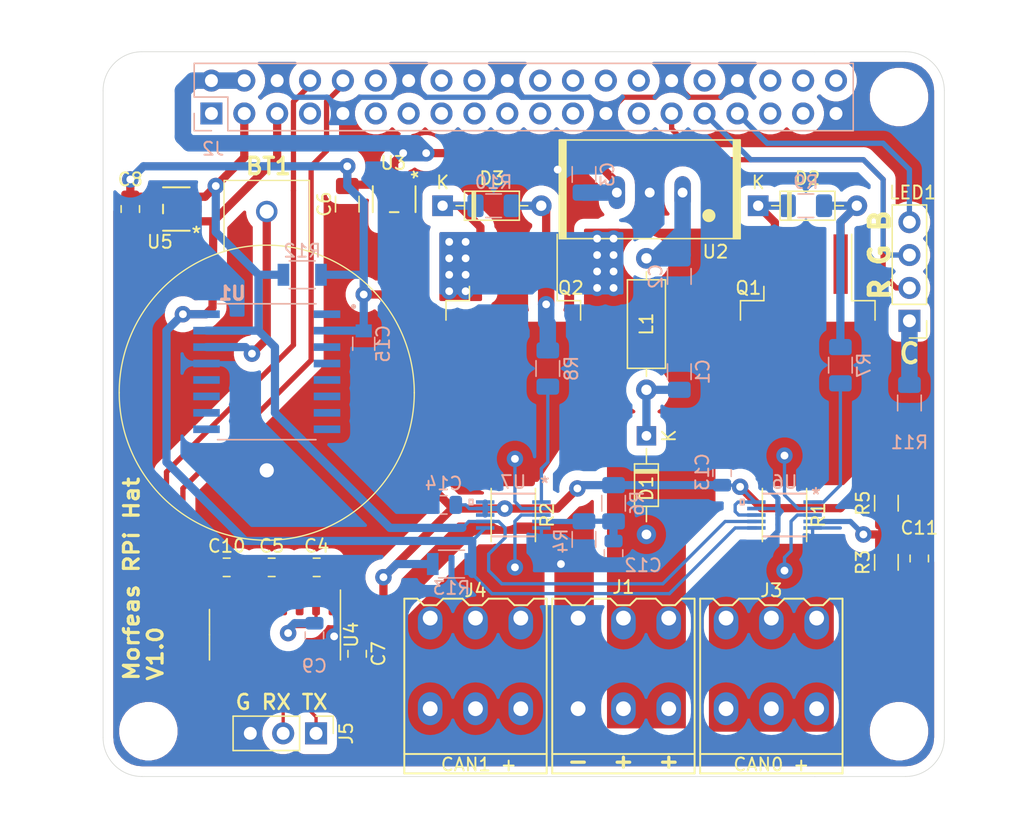
<source format=kicad_pcb>
(kicad_pcb (version 20171130) (host pcbnew "(5.1.5)-3")
  (title_block (title "Morfeas RPi Hat") (date 2019-12-27) (rev V1.0) (comment 2 https://www.tapr.org/ohl.html) (comment 3 "Licence: TAPR Open Hardware License") (comment 4 "Author: Sam Harry Tzavaras"))
  (layers (0 F.Cu signal) (31 B.Cu signal) (34 B.Paste user) (35 F.Paste user) (36 B.SilkS user) (37 F.SilkS user) (38 B.Mask user) (39 F.Mask user) (44 Edge.Cuts user))
  (net 0 "")
  (net 1 GND)
  (net 2 "Net-(BT1-Pad1)")
  (net 3 "Net-(C1-Pad1)")
  (net 4 "Net-(C2-Pad1)")
  (net 5 +5V)
  (net 6 "Net-(C4-Pad1)")
  (net 7 "Net-(C4-Pad2)")
  (net 8 "Net-(C5-Pad2)")
  (net 9 "Net-(C5-Pad1)")
  (net 10 +3V3)
  (net 11 "Net-(C9-Pad2)")
  (net 12 "Net-(C10-Pad2)")
  (net 13 "Net-(C11-Pad2)")
  (net 14 "Net-(C12-Pad2)")
  (net 15 +24V)
  (net 16 "Net-(D2-Pad2)")
  (net 17 "Net-(D3-Pad2)")
  (net 18 SDA)
  (net 19 SCL)
  (net 20 TXD)
  (net 21 RXD)
  (net 22 "Net-(Q1-Pad2)")
  (net 23 "Net-(Q2-Pad2)")
  (net 24 "Net-(J3-Pad1)")
  (net 25 "Net-(J4-Pad1)")
  (net 26 "Net-(R7-Pad1)")
  (net 27 "Net-(R8-Pad1)")
  (net 28 "Net-(J5-Pad2)")
  (net 29 "Net-(J5-Pad1)")
  (net 30 "Net-(D4-Pad1)")
  (net 31 R)
  (net 32 G)
  (net 33 B)
  (module Pin_Headers:Pin_Header_Straight_1x04_Pitch2.54mm (layer F.Cu) (at 130.302 81.788 180)
    (fp_text reference LED1 (at -0.254 9.906) (layer F.SilkS))
    (fp_text value Status_LEDs)
    (pad 1 thru_hole rect (at 0 0 180) (size 1.7 1.7) (drill 1) (layers *.Cu *.Mask) (net 30 "Net-(D4-Pad1)"))
    (pad 2 thru_hole oval (at 0 2.54 180) (size 1.7 1.7) (drill 1) (layers *.Cu *.Mask) (net 31 R))
    (pad 3 thru_hole oval (at 0 5.08 180) (size 1.7 1.7) (drill 1) (layers *.Cu *.Mask) (net 32 G))
    (pad 4 thru_hole oval (at 0 7.62 180) (size 1.7 1.7) (drill 1) (layers *.Cu *.Mask) (net 33 B))
  )
  (module Pin_Headers:Pin_Header_Straight_1x03_Pitch2.54mm (layer F.Cu) (at 84.455 113.665 270)
    (fp_text reference J5 (at 0 -2.33 90) (layer F.SilkS))
    (fp_text value RS_232)
    (pad 1 thru_hole rect (at 0 0 270) (size 1.7 1.7) (drill 1) (layers *.Cu *.Mask) (net 29 "Net-(J5-Pad1)"))
    (pad 2 thru_hole oval (at 0 2.54 270) (size 1.7 1.7) (drill 1) (layers *.Cu *.Mask) (net 28 "Net-(J5-Pad2)"))
    (pad 3 thru_hole oval (at 0 5.08 270) (size 1.7 1.7) (drill 1) (layers *.Cu *.Mask) (net 1 GND))
  )
  (module Resistors_SMD:R_1206 (layer B.Cu) (at 94.922 100.584)
    (fp_text reference R13 (at 0 1.85) (layer B.SilkS) (effects (justify mirror)))
    (fp_text value 1kΩ)
    (pad 1 smd rect (at -1.45 0) (size 0.9 1.7) (layers B.Cu B.Paste B.Mask) (net 10 +3V3))
    (pad 2 smd rect (at 1.45 0) (size 0.9 1.7) (layers B.Cu B.Paste B.Mask) (net 19 SCL))
  )
  (module Resistors_SMD:R_1206 (layer B.Cu) (at 83.386 78.232 180)
    (fp_text reference R12 (at 0 1.85) (layer B.SilkS) (effects (justify mirror)))
    (fp_text value 1kΩ)
    (pad 1 smd rect (at -1.45 0 180) (size 0.9 1.7) (layers B.Cu B.Paste B.Mask) (net 10 +3V3))
    (pad 2 smd rect (at 1.45 0 180) (size 0.9 1.7) (layers B.Cu B.Paste B.Mask) (net 18 SDA))
  )
  (module Morfeas_RPi_hat:SPTH_V1,5 (layer F.Cu) (at 96.774 104.76 180)
    (fp_text reference J4 (at 0 2.144) (layer F.SilkS))
    (fp_text value CAN1_Power+)
    (pad 3 thru_hole oval (at 3.5 0 180) (size 1.905 2.54) (drill 1.143 (offset 0 -0.381)) (layers *.Cu *.Mask) (net 25 "Net-(J4-Pad1)"))
    (pad 2 thru_hole oval (at 0 0 180) (size 1.905 2.54) (drill 1.143 (offset 0 -0.381)) (layers *.Cu *.Mask) (net 25 "Net-(J4-Pad1)"))
    (pad 1 thru_hole oval (at -3.5 0 180) (size 1.905 2.54) (drill 1.143 (offset 0 -0.381)) (layers *.Cu *.Mask) (net 25 "Net-(J4-Pad1)"))
    (pad 3 thru_hole roundrect (at 3.5 -7 180) (size 1.905 2.54) (drill 1.143) (layers *.Cu *.Mask) (roundrect_rratio 0.5) (net 25 "Net-(J4-Pad1)"))
    (pad 2 thru_hole roundrect (at 0 -7 180) (size 1.905 2.54) (drill 1.143) (layers *.Cu *.Mask) (roundrect_rratio 0.5) (net 25 "Net-(J4-Pad1)"))
    (pad 1 thru_hole roundrect (at -3.5 -7 180) (size 1.905 2.54) (drill 1.143) (layers *.Cu *.Mask) (roundrect_rratio 0.5) (net 25 "Net-(J4-Pad1)"))
  )
  (module Morfeas_RPi_Hat:MAX9611AUB&plus_ (layer B.Cu) (at 99.695 96.795 180)
    (fp_text reference U7 (at 0 2.54) (layer B.SilkS) (effects (justify mirror)))
    (fp_text value MAX9611 hide)
    (fp_text user * (at -2.4257 2.4224) (layer B.SilkS) (effects (justify mirror)))
    (fp_text user * (at -2.4257 2.4224) (layer B.SilkS) (effects (justify mirror)))
    (pad 10 smd rect (at 2.1717 1.000001 180) (size 1.4224 0.2794) (layers B.Cu B.Paste B.Mask) (net 10 +3V3))
    (pad 9 smd rect (at 2.1717 0.499999 180) (size 1.4224 0.2794) (layers B.Cu B.Paste B.Mask) (net 10 +3V3))
    (pad 8 smd rect (at 2.1717 0 180) (size 1.4224 0.2794) (layers B.Cu B.Paste B.Mask) (net 10 +3V3))
    (pad 7 smd rect (at 2.1717 -0.499999 180) (size 1.4224 0.2794) (layers B.Cu B.Paste B.Mask) (net 18 SDA))
    (pad 6 smd rect (at 2.1717 -1.000001 180) (size 1.4224 0.2794) (layers B.Cu B.Paste B.Mask) (net 19 SCL))
    (pad 5 smd rect (at -2.1717 -1.000001 180) (size 1.4224 0.2794) (layers B.Cu B.Paste B.Mask) (net 1 GND))
    (pad 4 smd rect (at -2.1717 -0.499999 180) (size 1.4224 0.2794) (layers B.Cu B.Paste B.Mask) (net 14 "Net-(C12-Pad2)"))
    (pad 3 smd rect (at -2.1717 0 180) (size 1.4224 0.2794) (layers B.Cu B.Paste B.Mask) (net 25 "Net-(J4-Pad1)"))
    (pad 2 smd rect (at -2.1717 0.499999 180) (size 1.4224 0.2794) (layers B.Cu B.Paste B.Mask) (net 23 "Net-(Q2-Pad2)"))
    (pad 1 smd rect (at -2.1717 1.000001 180) (size 1.4224 0.2794) (layers B.Cu B.Paste B.Mask) (net 27 "Net-(R8-Pad1)"))
  )
  (module Capacitors_SMD:C_0805 (layer B.Cu) (at 88.138 83.566 90)
    (fp_text reference C15 (at 0 1.5 90) (layer B.SilkS) (effects (justify mirror)))
    (fp_text value 100nf)
    (pad 1 smd rect (at -1 0 90) (size 1 1.25) (layers B.Cu B.Paste B.Mask) (net 1 GND))
    (pad 2 smd rect (at 1 0 90) (size 1 1.25) (layers B.Cu B.Paste B.Mask) (net 10 +3V3))
  )
  (module Morfeas_RPi_hat:CH252032LF (layer F.Cu) (at 80.645 93.345 180)
    (fp_text reference BT1 (at -0.127 23.495 180) (layer F.SilkS) (effects (font (size 1.27 1.27) (thickness 0.254))))
    (fp_text value Battery_Cell hide)
    (pad 2 thru_hole circle (at 0 0 180) (size 1.65 1.65) (drill 1.1) (layers *.Cu *.Mask) (net 1 GND))
    (pad 1 thru_hole circle (at 0 20 180) (size 1.65 1.65) (drill 1.1) (layers *.Cu *.Mask) (net 2 "Net-(BT1-Pad1)"))
  )
  (module Morfeas_RPi_hat:TLV70433DBVT (layer F.Cu) (at 90.489999 72.39 270)
    (fp_text reference U3 (at -2.794 0.065999 180) (layer F.SilkS))
    (fp_text value TLV70433)
    (fp_text user * (at -1.905 -1.905 90) (layer F.SilkS))
    (pad 1 smd rect (at -1.1176 -0.950001 270) (size 1.4732 0.5588) (layers F.Cu F.Paste F.Mask) (net 1 GND))
    (pad 2 smd rect (at -1.1176 0 270) (size 1.4732 0.5588) (layers F.Cu F.Paste F.Mask) (net 5 +5V))
    (pad 3 smd rect (at -1.1176 0.950001 270) (size 1.4732 0.5588) (layers F.Cu F.Paste F.Mask) (net 10 +3V3))
    (pad 4 smd rect (at 1.1176 0.950001 270) (size 1.4732 0.5588) (layers F.Cu F.Paste F.Mask))
    (pad 5 smd rect (at 1.1176 -0.950001 270) (size 1.4732 0.5588) (layers F.Cu F.Paste F.Mask))
  )
  (module Morfeas_RPi_hat:SPTH_V1,5 (layer F.Cu) (at 108.204 104.76 180)
    (fp_text reference J1 (at 0 2.398) (layer F.SilkS))
    (fp_text value "Power IN")
    (pad 3 thru_hole oval (at 3.5 0 180) (size 1.905 2.54) (drill 1.143 (offset 0 -0.381)) (layers *.Cu *.Mask) (net 1 GND))
    (pad 2 thru_hole oval (at 0 0 180) (size 1.905 2.54) (drill 1.143 (offset 0 -0.381)) (layers *.Cu *.Mask) (net 15 +24V))
    (pad 1 thru_hole oval (at -3.5 0 180) (size 1.905 2.54) (drill 1.143 (offset 0 -0.381)) (layers *.Cu *.Mask) (net 15 +24V))
    (pad 3 thru_hole roundrect (at 3.5 -7 180) (size 1.905 2.54) (drill 1.143) (layers *.Cu *.Mask) (roundrect_rratio 0.5) (net 1 GND))
    (pad 2 thru_hole roundrect (at 0 -7 180) (size 1.905 2.54) (drill 1.143) (layers *.Cu *.Mask) (roundrect_rratio 0.5) (net 15 +24V))
    (pad 1 thru_hole roundrect (at -3.5 -7 180) (size 1.905 2.54) (drill 1.143) (layers *.Cu *.Mask) (roundrect_rratio 0.5) (net 15 +24V))
  )
  (module Morfeas_RPi_hat:SPTH_V1,5 (layer F.Cu) (at 119.634 104.76 180)
    (fp_text reference J3 (at 0 2.144) (layer F.SilkS))
    (fp_text value CAN0_Power+)
    (pad 3 thru_hole oval (at 3.5 0 180) (size 1.905 2.54) (drill 1.143 (offset 0 -0.381)) (layers *.Cu *.Mask) (net 24 "Net-(J3-Pad1)"))
    (pad 2 thru_hole oval (at 0 0 180) (size 1.905 2.54) (drill 1.143 (offset 0 -0.381)) (layers *.Cu *.Mask) (net 24 "Net-(J3-Pad1)"))
    (pad 1 thru_hole oval (at -3.5 0 180) (size 1.905 2.54) (drill 1.143 (offset 0 -0.381)) (layers *.Cu *.Mask) (net 24 "Net-(J3-Pad1)"))
    (pad 3 thru_hole roundrect (at 3.5 -7 180) (size 1.905 2.54) (drill 1.143) (layers *.Cu *.Mask) (roundrect_rratio 0.5) (net 24 "Net-(J3-Pad1)"))
    (pad 2 thru_hole roundrect (at 0 -7 180) (size 1.905 2.54) (drill 1.143) (layers *.Cu *.Mask) (roundrect_rratio 0.5) (net 24 "Net-(J3-Pad1)"))
    (pad 1 thru_hole roundrect (at -3.5 -7 180) (size 1.905 2.54) (drill 1.143) (layers *.Cu *.Mask) (roundrect_rratio 0.5) (net 24 "Net-(J3-Pad1)"))
  )
  (module Connector_PinSocket_2.54mm:PinSocket_2x20_P2.54mm_Vertical (layer B.Cu) (at 100.5 64.5 270)
    (fp_text reference J2 (at 4 24) (layer B.SilkS) (effects (justify mirror)))
    (fp_text value RPi_header)
    (pad 40 thru_hole oval (at -1.27 -24.13 270) (size 1.7 1.7) (drill 1) (layers *.Cu *.Mask))
    (pad 39 thru_hole oval (at 1.27 -24.13 270) (size 1.7 1.7) (drill 1) (layers *.Cu *.Mask) (net 1 GND))
    (pad 38 thru_hole oval (at -1.27 -21.59 270) (size 1.7 1.7) (drill 1) (layers *.Cu *.Mask))
    (pad 37 thru_hole oval (at 1.27 -21.59 270) (size 1.7 1.7) (drill 1) (layers *.Cu *.Mask))
    (pad 36 thru_hole oval (at -1.27 -19.05 270) (size 1.7 1.7) (drill 1) (layers *.Cu *.Mask))
    (pad 35 thru_hole oval (at 1.27 -19.05 270) (size 1.7 1.7) (drill 1) (layers *.Cu *.Mask))
    (pad 34 thru_hole oval (at -1.27 -16.51 270) (size 1.7 1.7) (drill 1) (layers *.Cu *.Mask) (net 1 GND))
    (pad 33 thru_hole oval (at 1.27 -16.51 270) (size 1.7 1.7) (drill 1) (layers *.Cu *.Mask) (net 33 B))
    (pad 32 thru_hole oval (at -1.27 -13.97 270) (size 1.7 1.7) (drill 1) (layers *.Cu *.Mask))
    (pad 31 thru_hole oval (at 1.27 -13.97 270) (size 1.7 1.7) (drill 1) (layers *.Cu *.Mask) (net 32 G))
    (pad 30 thru_hole oval (at -1.27 -11.43 270) (size 1.7 1.7) (drill 1) (layers *.Cu *.Mask) (net 1 GND))
    (pad 29 thru_hole oval (at 1.27 -11.43 270) (size 1.7 1.7) (drill 1) (layers *.Cu *.Mask) (net 31 R))
    (pad 28 thru_hole oval (at -1.27 -8.89 270) (size 1.7 1.7) (drill 1) (layers *.Cu *.Mask))
    (pad 27 thru_hole oval (at 1.27 -8.89 270) (size 1.7 1.7) (drill 1) (layers *.Cu *.Mask))
    (pad 26 thru_hole oval (at -1.27 -6.35 270) (size 1.7 1.7) (drill 1) (layers *.Cu *.Mask))
    (pad 25 thru_hole oval (at 1.27 -6.35 270) (size 1.7 1.7) (drill 1) (layers *.Cu *.Mask) (net 1 GND))
    (pad 24 thru_hole oval (at -1.27 -3.81 270) (size 1.7 1.7) (drill 1) (layers *.Cu *.Mask))
    (pad 23 thru_hole oval (at 1.27 -3.81 270) (size 1.7 1.7) (drill 1) (layers *.Cu *.Mask))
    (pad 22 thru_hole oval (at -1.27 -1.27 270) (size 1.7 1.7) (drill 1) (layers *.Cu *.Mask))
    (pad 21 thru_hole oval (at 1.27 -1.27 270) (size 1.7 1.7) (drill 1) (layers *.Cu *.Mask))
    (pad 20 thru_hole oval (at -1.27 1.27 270) (size 1.7 1.7) (drill 1) (layers *.Cu *.Mask) (net 1 GND))
    (pad 19 thru_hole oval (at 1.27 1.27 270) (size 1.7 1.7) (drill 1) (layers *.Cu *.Mask))
    (pad 18 thru_hole oval (at -1.27 3.81 270) (size 1.7 1.7) (drill 1) (layers *.Cu *.Mask))
    (pad 17 thru_hole oval (at 1.27 3.81 270) (size 1.7 1.7) (drill 1) (layers *.Cu *.Mask))
    (pad 16 thru_hole oval (at -1.27 6.35 270) (size 1.7 1.7) (drill 1) (layers *.Cu *.Mask))
    (pad 15 thru_hole oval (at 1.27 6.35 270) (size 1.7 1.7) (drill 1) (layers *.Cu *.Mask))
    (pad 14 thru_hole oval (at -1.27 8.89 270) (size 1.7 1.7) (drill 1) (layers *.Cu *.Mask) (net 1 GND))
    (pad 13 thru_hole oval (at 1.27 8.89 270) (size 1.7 1.7) (drill 1) (layers *.Cu *.Mask))
    (pad 12 thru_hole oval (at -1.27 11.43 270) (size 1.7 1.7) (drill 1) (layers *.Cu *.Mask))
    (pad 11 thru_hole oval (at 1.27 11.43 270) (size 1.7 1.7) (drill 1) (layers *.Cu *.Mask))
    (pad 10 thru_hole oval (at -1.27 13.97 270) (size 1.7 1.7) (drill 1) (layers *.Cu *.Mask) (net 21 RXD))
    (pad 9 thru_hole oval (at 1.27 13.97 270) (size 1.7 1.7) (drill 1) (layers *.Cu *.Mask) (net 1 GND))
    (pad 8 thru_hole oval (at -1.27 16.51 270) (size 1.7 1.7) (drill 1) (layers *.Cu *.Mask) (net 20 TXD))
    (pad 7 thru_hole oval (at 1.27 16.51 270) (size 1.7 1.7) (drill 1) (layers *.Cu *.Mask))
    (pad 6 thru_hole oval (at -1.27 19.05 270) (size 1.7 1.7) (drill 1) (layers *.Cu *.Mask) (net 1 GND))
    (pad 5 thru_hole oval (at 1.27 19.05 270) (size 1.7 1.7) (drill 1) (layers *.Cu *.Mask) (net 19 SCL))
    (pad 4 thru_hole oval (at -1.27 21.59 270) (size 1.7 1.7) (drill 1) (layers *.Cu *.Mask) (net 5 +5V))
    (pad 3 thru_hole oval (at 1.27 21.59 270) (size 1.7 1.7) (drill 1) (layers *.Cu *.Mask) (net 18 SDA))
    (pad 2 thru_hole oval (at -1.27 24.13 270) (size 1.7 1.7) (drill 1) (layers *.Cu *.Mask) (net 5 +5V))
    (pad 1 thru_hole rect (at 1.27 24.13 270) (size 1.7 1.7) (drill 1) (layers *.Cu *.Mask))
  )
  (module Project's_libs:SOIC127P1032X265-16N (layer B.Cu) (at 80.645 85.725 180)
    (fp_text reference U1 (at 2.667 6.062) (layer B.SilkS) (effects (font (size 1.016 1.016) (thickness 0.25)) (justify mirror)))
    (fp_text value DS3231)
    (pad 1 smd rect (at -4.655 4.445 180) (size 2.05 0.59) (layers B.Cu B.Paste B.Mask))
    (pad 2 smd rect (at -4.655 3.175 180) (size 2.05 0.59) (layers B.Cu B.Paste B.Mask) (net 10 +3V3))
    (pad 3 smd rect (at -4.655 1.905 180) (size 2.05 0.59) (layers B.Cu B.Paste B.Mask))
    (pad 4 smd rect (at -4.655 0.635 180) (size 2.05 0.59) (layers B.Cu B.Paste B.Mask))
    (pad 5 smd rect (at -4.655 -0.635 180) (size 2.05 0.59) (layers B.Cu B.Paste B.Mask))
    (pad 6 smd rect (at -4.655 -1.905 180) (size 2.05 0.59) (layers B.Cu B.Paste B.Mask))
    (pad 7 smd rect (at -4.655 -3.175 180) (size 2.05 0.59) (layers B.Cu B.Paste B.Mask))
    (pad 8 smd rect (at -4.655 -4.445 180) (size 2.05 0.59) (layers B.Cu B.Paste B.Mask))
    (pad 9 smd rect (at 4.655 -4.445 180) (size 2.05 0.59) (layers B.Cu B.Paste B.Mask))
    (pad 10 smd rect (at 4.655 -3.175 180) (size 2.05 0.59) (layers B.Cu B.Paste B.Mask))
    (pad 11 smd rect (at 4.655 -1.905 180) (size 2.05 0.59) (layers B.Cu B.Paste B.Mask))
    (pad 12 smd rect (at 4.655 -0.635 180) (size 2.05 0.59) (layers B.Cu B.Paste B.Mask))
    (pad 13 smd rect (at 4.655 0.635 180) (size 2.05 0.59) (layers B.Cu B.Paste B.Mask) (net 1 GND))
    (pad 14 smd rect (at 4.655 1.905 180) (size 2.05 0.59) (layers B.Cu B.Paste B.Mask) (net 2 "Net-(BT1-Pad1)"))
    (pad 15 smd rect (at 4.655 3.175 180) (size 2.05 0.59) (layers B.Cu B.Paste B.Mask) (net 18 SDA))
    (pad 16 smd rect (at 4.655 4.445 180) (size 2.05 0.59) (layers B.Cu B.Paste B.Mask) (net 19 SCL))
  )
  (module Capacitor_SMD:C_1206_3216Metric (layer B.Cu) (at 112.522 85.722 90)
    (fp_text reference C1 (at 0 1.82 90) (layer B.SilkS) (effects (justify mirror)))
    (fp_text value 10uF)
    (pad 1 smd roundrect (at -1.4 0 90) (size 1.25 1.75) (layers B.Cu B.Paste B.Mask) (roundrect_rratio 0.2) (net 3 "Net-(C1-Pad1)"))
    (pad 2 smd roundrect (at 1.4 0 90) (size 1.25 1.75) (layers B.Cu B.Paste B.Mask) (roundrect_rratio 0.2) (net 1 GND))
  )
  (module Capacitor_SMD:C_1206_3216Metric (layer B.Cu) (at 112.522 78.362 270)
    (fp_text reference C2 (at 0 1.82 90) (layer B.SilkS) (effects (justify mirror)))
    (fp_text value 10uf)
    (pad 2 smd roundrect (at 1.4 0 270) (size 1.25 1.75) (layers B.Cu B.Paste B.Mask) (roundrect_rratio 0.2) (net 1 GND))
    (pad 1 smd roundrect (at -1.4 0 270) (size 1.25 1.75) (layers B.Cu B.Paste B.Mask) (roundrect_rratio 0.2) (net 4 "Net-(C2-Pad1)"))
  )
  (module Capacitor_SMD:C_1206_3216Metric (layer B.Cu) (at 105.156 70.482 90)
    (fp_text reference C3 (at 0 1.82 270) (layer B.SilkS) (effects (justify mirror)))
    (fp_text value 10uf)
    (pad 2 smd roundrect (at 1.4 0 90) (size 1.25 1.75) (layers B.Cu B.Paste B.Mask) (roundrect_rratio 0.2) (net 1 GND))
    (pad 1 smd roundrect (at -1.4 0 90) (size 1.25 1.75) (layers B.Cu B.Paste B.Mask) (roundrect_rratio 0.2) (net 5 +5V))
  )
  (module Capacitor_SMD:C_0805_2012Metric (layer F.Cu) (at 84.5035 100.838)
    (fp_text reference C4 (at 0 -1.65) (layer F.SilkS))
    (fp_text value 100nf)
    (pad 1 smd roundrect (at -0.9375 0) (size 0.975 1.4) (layers F.Cu F.Paste F.Mask) (net 6 "Net-(C4-Pad1)"))
    (pad 2 smd roundrect (at 0.9375 0) (size 0.975 1.4) (layers F.Cu F.Paste F.Mask) (net 7 "Net-(C4-Pad2)"))
  )
  (module Capacitor_SMD:C_0805_2012Metric (layer F.Cu) (at 81.026 100.838)
    (fp_text reference C5 (at 0 -1.65) (layer F.SilkS))
    (fp_text value 100nf)
    (pad 2 smd roundrect (at 0.9375 0) (size 0.975 1.4) (layers F.Cu F.Paste F.Mask) (net 8 "Net-(C5-Pad2)"))
    (pad 1 smd roundrect (at -0.9375 0) (size 0.975 1.4) (layers F.Cu F.Paste F.Mask) (net 9 "Net-(C5-Pad1)"))
  )
  (module Capacitor_SMD:C_1206_3216Metric (layer F.Cu) (at 86.868 72.774 270)
    (fp_text reference C6 (at 0 1.778 90) (layer F.SilkS))
    (fp_text value 10uf)
    (pad 1 smd roundrect (at -1.4 0 270) (size 1.25 1.75) (layers F.Cu F.Paste F.Mask) (roundrect_rratio 0.2) (net 10 +3V3))
    (pad 2 smd roundrect (at 1.4 0 270) (size 1.25 1.75) (layers F.Cu F.Paste F.Mask) (roundrect_rratio 0.2) (net 1 GND))
  )
  (module Capacitor_SMD:C_0805_2012Metric (layer F.Cu) (at 87.63 107.5205 270)
    (fp_text reference C7 (at 0 -1.65 90) (layer F.SilkS))
    (fp_text value 100nf)
    (pad 2 smd roundrect (at 0.9375 0 270) (size 0.975 1.4) (layers F.Cu F.Paste F.Mask) (net 10 +3V3))
    (pad 1 smd roundrect (at -0.9375 0 270) (size 0.975 1.4) (layers F.Cu F.Paste F.Mask) (net 1 GND))
  )
  (module Capacitor_SMD:C_0805_2012Metric (layer F.Cu) (at 70.104 73.152 90)
    (fp_text reference C8 (at 2.286 0) (layer F.SilkS))
    (fp_text value 100nf)
    (pad 2 smd roundrect (at 0.9375 0 90) (size 0.975 1.4) (layers F.Cu F.Paste F.Mask) (net 10 +3V3))
    (pad 1 smd roundrect (at -0.9375 0 90) (size 0.975 1.4) (layers F.Cu F.Paste F.Mask) (net 1 GND))
  )
  (module Capacitor_SMD:C_0805_2012Metric (layer B.Cu) (at 84.328 106.0935 90)
    (fp_text reference C9 (at -2.3645 0 180) (layer B.SilkS) (effects (justify mirror)))
    (fp_text value 100nf)
    (pad 1 smd roundrect (at -0.9375 0 90) (size 0.975 1.4) (layers B.Cu B.Paste B.Mask) (net 1 GND))
    (pad 2 smd roundrect (at 0.9375 0 90) (size 0.975 1.4) (layers B.Cu B.Paste B.Mask) (net 11 "Net-(C9-Pad2)"))
  )
  (module Capacitor_SMD:C_0805_2012Metric (layer F.Cu) (at 77.5485 100.838)
    (fp_text reference C10 (at 0 -1.65) (layer F.SilkS))
    (fp_text value 100nf)
    (pad 1 smd roundrect (at -0.9375 0) (size 0.975 1.4) (layers F.Cu F.Paste F.Mask) (net 1 GND))
    (pad 2 smd roundrect (at 0.9375 0) (size 0.975 1.4) (layers F.Cu F.Paste F.Mask) (net 12 "Net-(C10-Pad2)"))
  )
  (module Capacitor_SMD:C_0805_2012Metric (layer F.Cu) (at 131.064 100.1545 90)
    (fp_text reference C11 (at 2.3645 0 180) (layer F.SilkS))
    (fp_text value 100nf)
    (pad 2 smd roundrect (at 0.9375 0 90) (size 0.975 1.4) (layers F.Cu F.Paste F.Mask) (net 13 "Net-(C11-Pad2)"))
    (pad 1 smd roundrect (at -0.9375 0 90) (size 0.975 1.4) (layers F.Cu F.Paste F.Mask) (net 1 GND))
  )
  (module Capacitor_SMD:C_0805_2012Metric (layer B.Cu) (at 107.442 99.7435 90)
    (fp_text reference C12 (at -0.9375 2.286 180) (layer B.SilkS) (effects (justify mirror)))
    (fp_text value 100nf)
    (pad 1 smd roundrect (at -0.9375 0 90) (size 0.975 1.4) (layers B.Cu B.Paste B.Mask) (net 1 GND))
    (pad 2 smd roundrect (at 0.9375 0 90) (size 0.975 1.4) (layers B.Cu B.Paste B.Mask) (net 14 "Net-(C12-Pad2)"))
  )
  (module Capacitor_SMD:C_0805_2012Metric (layer B.Cu) (at 115.824 93.5505 90)
    (fp_text reference C13 (at 0.0785 -1.524 270) (layer B.SilkS) (effects (justify mirror)))
    (fp_text value 100nf)
    (pad 2 smd roundrect (at 0.9375 0 90) (size 0.975 1.4) (layers B.Cu B.Paste B.Mask) (net 1 GND))
    (pad 1 smd roundrect (at -0.9375 0 90) (size 0.975 1.4) (layers B.Cu B.Paste B.Mask) (net 10 +3V3))
  )
  (module Capacitor_SMD:C_0805_2012Metric (layer B.Cu) (at 94.3125 96.012 180)
    (fp_text reference C14 (at 0 1.65 180) (layer B.SilkS) (effects (justify mirror)))
    (fp_text value 100nf)
    (pad 1 smd roundrect (at -0.9375 0 180) (size 0.975 1.4) (layers B.Cu B.Paste B.Mask) (net 10 +3V3))
    (pad 2 smd roundrect (at 0.9375 0 180) (size 0.975 1.4) (layers B.Cu B.Paste B.Mask) (net 1 GND))
  )
  (module MountingHole:MountingHole_3mm (layer F.Cu) (at 129.5 64.5)
    (fp_text reference H1 hide)
    (fp_text value MountingHole)
    (pad 1 np_thru_hole circle (at 0 0) (size 3 3) (drill 3) (layers *.Cu *.Mask))
  )
  (module MountingHole:MountingHole_3mm (layer F.Cu) (at 71.5 64.5)
    (fp_text reference H2 hide)
    (fp_text value MountingHole)
    (pad "" np_thru_hole circle (at 0 0) (size 3 3) (drill 3) (layers *.Cu *.Mask))
  )
  (module MountingHole:MountingHole_3mm (layer F.Cu) (at 129.5 113.5)
    (fp_text reference H3 hide)
    (fp_text value MountingHole)
    (pad 1 np_thru_hole circle (at 0 0) (size 3 3) (drill 3) (layers *.Cu *.Mask))
  )
  (module MountingHole:MountingHole_3mm (layer F.Cu) (at 71.5 113.5)
    (fp_text reference H4 hide)
    (fp_text value MountingHole)
    (pad 1 np_thru_hole circle (at 0 0) (size 3 3) (drill 3) (layers *.Cu *.Mask))
  )
  (module Inductor_THT:L_Axial_L6.6mm_D2.7mm_P10.16mm_Horizontal_Vishay_IM-2 (layer F.Cu) (at 109.982 87.122 90)
    (fp_text reference L1 (at 5.08 0 90) (layer F.SilkS))
    (fp_text value 10uH)
    (pad 1 thru_hole circle (at 0 0 90) (size 1.6 1.6) (drill 0.8) (layers *.Cu *.Mask) (net 3 "Net-(C1-Pad1)"))
    (pad 2 thru_hole oval (at 10.16 0 90) (size 1.6 1.6) (drill 0.8) (layers *.Cu *.Mask) (net 4 "Net-(C2-Pad1)"))
  )
  (module Package_TO_SOT_SMD:TO-263-2 (layer F.Cu) (at 122.447 83.185 270)
    (fp_text reference Q1 (at -3.937 4.591) (layer F.SilkS))
    (fp_text value SUM110P06)
    (pad 2 smd rect (at 3.375 0 270) (size 9.4 10.8) (layers F.Cu F.Mask) (net 22 "Net-(Q1-Pad2)"))
    (pad 3 smd rect (at -5.775 2.54 270) (size 4.6 1.1) (layers F.Cu F.Paste F.Mask) (net 15 +24V))
    (pad 1 smd rect (at -5.775 -2.54 270) (size 4.6 1.1) (layers F.Cu F.Paste F.Mask) (net 16 "Net-(D2-Pad2)"))
  )
  (module Package_TO_SOT_SMD:TO-263-2 (layer F.Cu) (at 99.695 83.185 270)
    (fp_text reference Q2 (at -3.937 -4.445 180) (layer F.SilkS))
    (fp_text value SUM110P06)
    (pad 1 smd rect (at -5.775 -2.54 270) (size 4.6 1.1) (layers F.Cu F.Paste F.Mask) (net 17 "Net-(D3-Pad2)"))
    (pad 3 smd rect (at -5.775 2.54 270) (size 4.6 1.1) (layers F.Cu F.Paste F.Mask) (net 15 +24V))
    (pad 2 smd rect (at 3.375 0 270) (size 9.4 10.8) (layers F.Cu F.Mask) (net 23 "Net-(Q2-Pad2)"))
  )
  (module Resistor_SMD:R_2512_6332Metric (layer F.Cu) (at 120.65 96.795 270)
    (fp_text reference R1 (at 0 -2.62 90) (layer F.SilkS))
    (fp_text value 22mΩ)
    (pad 2 smd roundrect (at 2.9 0 270) (size 1.35 3.35) (layers F.Cu F.Paste F.Mask) (roundrect_rratio 0.185185) (net 24 "Net-(J3-Pad1)"))
    (pad 1 smd roundrect (at -2.9 0 270) (size 1.35 3.35) (layers F.Cu F.Paste F.Mask) (roundrect_rratio 0.185185) (net 22 "Net-(Q1-Pad2)"))
  )
  (module Resistor_SMD:R_2512_6332Metric (layer F.Cu) (at 99.695 96.795 270)
    (fp_text reference R2 (at 0 -2.62 90) (layer F.SilkS))
    (fp_text value 22mΩ)
    (pad 1 smd roundrect (at -2.9 0 270) (size 1.35 3.35) (layers F.Cu F.Paste F.Mask) (roundrect_rratio 0.185185) (net 23 "Net-(Q2-Pad2)"))
    (pad 2 smd roundrect (at 2.9 0 270) (size 1.35 3.35) (layers F.Cu F.Paste F.Mask) (roundrect_rratio 0.185185) (net 25 "Net-(J4-Pad1)"))
  )
  (module Resistor_SMD:R_1206_3216Metric (layer F.Cu) (at 128.524 100.454 90)
    (fp_text reference R3 (at 0 -1.82 90) (layer F.SilkS))
    (fp_text value 1.3kΩ)
    (pad 1 smd roundrect (at -1.4 0 90) (size 1.25 1.75) (layers F.Cu F.Paste F.Mask) (roundrect_rratio 0.2) (net 1 GND))
    (pad 2 smd roundrect (at 1.4 0 90) (size 1.25 1.75) (layers F.Cu F.Paste F.Mask) (roundrect_rratio 0.2) (net 13 "Net-(C11-Pad2)"))
  )
  (module Resistor_SMD:R_1206_3216Metric (layer B.Cu) (at 105.156 98.682 90)
    (fp_text reference R4 (at -0.124 -1.778 270) (layer B.SilkS) (effects (justify mirror)))
    (fp_text value 1.3kΩ)
    (pad 1 smd roundrect (at -1.4 0 90) (size 1.25 1.75) (layers B.Cu B.Paste B.Mask) (roundrect_rratio 0.2) (net 1 GND))
    (pad 2 smd roundrect (at 1.4 0 90) (size 1.25 1.75) (layers B.Cu B.Paste B.Mask) (roundrect_rratio 0.2) (net 14 "Net-(C12-Pad2)"))
  )
  (module Resistor_SMD:R_1206_3216Metric (layer F.Cu) (at 128.524 95.882 90)
    (fp_text reference R5 (at 0 -1.82 90) (layer F.SilkS))
    (fp_text value 18kΩ)
    (pad 1 smd roundrect (at -1.4 0 90) (size 1.25 1.75) (layers F.Cu F.Paste F.Mask) (roundrect_rratio 0.2) (net 13 "Net-(C11-Pad2)"))
    (pad 2 smd roundrect (at 1.4 0 90) (size 1.25 1.75) (layers F.Cu F.Paste F.Mask) (roundrect_rratio 0.2) (net 10 +3V3))
  )
  (module Resistor_SMD:R_1206_3216Metric (layer B.Cu) (at 107.442 95.888 90)
    (fp_text reference R6 (at 0 1.82 270) (layer B.SilkS) (effects (justify mirror)))
    (fp_text value 18kΩ)
    (pad 2 smd roundrect (at 1.4 0 90) (size 1.25 1.75) (layers B.Cu B.Paste B.Mask) (roundrect_rratio 0.2) (net 10 +3V3))
    (pad 1 smd roundrect (at -1.4 0 90) (size 1.25 1.75) (layers B.Cu B.Paste B.Mask) (roundrect_rratio 0.2) (net 14 "Net-(C12-Pad2)"))
  )
  (module Resistor_SMD:R_1206_3216Metric (layer B.Cu) (at 124.968 85.22 90)
    (fp_text reference R7 (at 0 1.82 270) (layer B.SilkS) (effects (justify mirror)))
    (fp_text value 1.2kΩ)
    (pad 1 smd roundrect (at -1.4 0 90) (size 1.25 1.75) (layers B.Cu B.Paste B.Mask) (roundrect_rratio 0.2) (net 26 "Net-(R7-Pad1)"))
    (pad 2 smd roundrect (at 1.4 0 90) (size 1.25 1.75) (layers B.Cu B.Paste B.Mask) (roundrect_rratio 0.2) (net 16 "Net-(D2-Pad2)"))
  )
  (module Resistor_SMD:R_1206_3216Metric (layer B.Cu) (at 102.362 85.474 90)
    (fp_text reference R8 (at 0 1.82 270) (layer B.SilkS) (effects (justify mirror)))
    (fp_text value 1.2kΩ)
    (pad 1 smd roundrect (at -1.4 0 90) (size 1.25 1.75) (layers B.Cu B.Paste B.Mask) (roundrect_rratio 0.2) (net 27 "Net-(R8-Pad1)"))
    (pad 2 smd roundrect (at 1.4 0 90) (size 1.25 1.75) (layers B.Cu B.Paste B.Mask) (roundrect_rratio 0.2) (net 17 "Net-(D3-Pad2)"))
  )
  (module Resistor_SMD:R_1206_3216Metric (layer B.Cu) (at 122.304 72.898 180)
    (fp_text reference R9 (at 0 1.82) (layer B.SilkS) (effects (justify mirror)))
    (fp_text value 2.2kΩ)
    (pad 2 smd roundrect (at 1.4 0 180) (size 1.25 1.75) (layers B.Cu B.Paste B.Mask) (roundrect_rratio 0.2) (net 15 +24V))
    (pad 1 smd roundrect (at -1.4 0 180) (size 1.25 1.75) (layers B.Cu B.Paste B.Mask) (roundrect_rratio 0.2) (net 16 "Net-(D2-Pad2)"))
  )
  (module Resistor_SMD:R_1206_3216Metric (layer B.Cu) (at 98.174 72.898 180)
    (fp_text reference R10 (at 0 1.82) (layer B.SilkS) (effects (justify mirror)))
    (fp_text value 2.2kΩ)
    (pad 2 smd roundrect (at 1.4 0 180) (size 1.25 1.75) (layers B.Cu B.Paste B.Mask) (roundrect_rratio 0.2) (net 15 +24V))
    (pad 1 smd roundrect (at -1.4 0 180) (size 1.25 1.75) (layers B.Cu B.Paste B.Mask) (roundrect_rratio 0.2) (net 17 "Net-(D3-Pad2)"))
  )
  (module Morfeas_RPi_Hat:24AA08T-I&slash_OT (layer F.Cu) (at 73.66 73.152 180)
    (fp_text reference U5 (at 1.27 -2.54) (layer F.SilkS))
    (fp_text value 24AA08 hide)
    (fp_text user * (at -1.5494 -1.905) (layer F.SilkS))
    (pad 1 smd rect (at -1.2954 -0.950001 180) (size 1.3208 0.5588) (layers F.Cu F.Paste F.Mask) (net 19 SCL))
    (pad 2 smd rect (at -1.2954 0 180) (size 1.3208 0.5588) (layers F.Cu F.Paste F.Mask) (net 1 GND))
    (pad 3 smd rect (at -1.2954 0.950001 180) (size 1.3208 0.5588) (layers F.Cu F.Paste F.Mask) (net 18 SDA))
    (pad 4 smd rect (at 1.2954 0.950001 180) (size 1.3208 0.5588) (layers F.Cu F.Paste F.Mask) (net 10 +3V3))
    (pad 5 smd rect (at 1.2954 -0.950001 180) (size 1.3208 0.5588) (layers F.Cu F.Paste F.Mask) (net 1 GND))
  )
  (module Morfeas_RPi_Hat:MAX9611AUB&plus_ (layer B.Cu) (at 120.65 96.795 180)
    (fp_text reference U6 (at 0 2.54) (layer B.SilkS) (effects (justify mirror)))
    (fp_text value MAX9611 hide)
    (fp_text user * (at -2.4257 1.545) (layer B.SilkS) (effects (justify mirror)))
    (fp_text user * (at -2.4257 1.545) (layer B.SilkS) (effects (justify mirror)))
    (pad 1 smd rect (at -2.1717 1.000001 180) (size 1.4224 0.2794) (layers B.Cu B.Paste B.Mask) (net 26 "Net-(R7-Pad1)"))
    (pad 2 smd rect (at -2.1717 0.499999 180) (size 1.4224 0.2794) (layers B.Cu B.Paste B.Mask) (net 22 "Net-(Q1-Pad2)"))
    (pad 3 smd rect (at -2.1717 0 180) (size 1.4224 0.2794) (layers B.Cu B.Paste B.Mask) (net 24 "Net-(J3-Pad1)"))
    (pad 4 smd rect (at -2.1717 -0.499999 180) (size 1.4224 0.2794) (layers B.Cu B.Paste B.Mask) (net 13 "Net-(C11-Pad2)"))
    (pad 5 smd rect (at -2.1717 -1.000001 180) (size 1.4224 0.2794) (layers B.Cu B.Paste B.Mask) (net 1 GND))
    (pad 6 smd rect (at 2.1717 -1.000001 180) (size 1.4224 0.2794) (layers B.Cu B.Paste B.Mask) (net 19 SCL))
    (pad 7 smd rect (at 2.1717 -0.499999 180) (size 1.4224 0.2794) (layers B.Cu B.Paste B.Mask) (net 18 SDA))
    (pad 8 smd rect (at 2.1717 0 180) (size 1.4224 0.2794) (layers B.Cu B.Paste B.Mask) (net 10 +3V3))
    (pad 9 smd rect (at 2.1717 0.499999 180) (size 1.4224 0.2794) (layers B.Cu B.Paste B.Mask) (net 1 GND))
    (pad 10 smd rect (at 2.1717 1.000001 180) (size 1.4224 0.2794) (layers B.Cu B.Paste B.Mask) (net 10 +3V3))
  )
  (module Diode_THT:D_DO-35_SOD27_P7.62mm_Horizontal (layer F.Cu) (at 118.618 72.898)
    (fp_text reference D2 (at 3.81 -2.12) (layer F.SilkS))
    (fp_text value Zener10V)
    (fp_text user K (at 0 -1.8) (layer F.SilkS))
    (pad 1 thru_hole rect (at 0 0) (size 1.6 1.6) (drill 0.8) (layers *.Cu *.Mask) (net 15 +24V))
    (pad 2 thru_hole oval (at 7.62 0) (size 1.6 1.6) (drill 0.8) (layers *.Cu *.Mask) (net 16 "Net-(D2-Pad2)"))
  )
  (module Diode_THT:D_DO-35_SOD27_P7.62mm_Horizontal (layer F.Cu) (at 94.234 72.898)
    (fp_text reference D3 (at 3.81 -2.12) (layer F.SilkS))
    (fp_text value Zener10V)
    (fp_text user K (at 0 -1.8) (layer F.SilkS))
    (pad 2 thru_hole oval (at 7.62 0) (size 1.6 1.6) (drill 0.8) (layers *.Cu *.Mask) (net 17 "Net-(D3-Pad2)"))
    (pad 1 thru_hole rect (at 0 0) (size 1.6 1.6) (drill 0.8) (layers *.Cu *.Mask) (net 15 +24V))
  )
  (module Diode_THT:D_DO-34_SOD68_P7.62mm_Horizontal (layer F.Cu) (at 109.982 90.678 270)
    (fp_text reference D1 (at 4.064 0 90) (layer F.SilkS))
    (fp_text value 1N4007)
    (fp_text user K (at 0 -1.75 90) (layer F.SilkS))
    (pad 1 thru_hole rect (at 0 0 270) (size 1.5 1.5) (drill 0.75) (layers *.Cu *.Mask) (net 3 "Net-(C1-Pad1)"))
    (pad 2 thru_hole oval (at 7.62 0 270) (size 1.5 1.5) (drill 0.75) (layers *.Cu *.Mask) (net 15 +24V))
  )
  (module Package_SO:SOIC-16_3.9x9.9mm_P1.27mm (layer F.Cu) (at 81.28 106.045 270)
    (fp_text reference U4 (at 0 -5.9 90) (layer F.SilkS))
    (fp_text value SP3232)
    (pad 1 smd roundrect (at -2.475 -4.445 270) (size 1.95 0.6) (layers F.Cu F.Paste F.Mask) (net 7 "Net-(C4-Pad2)"))
    (pad 2 smd roundrect (at -2.475 -3.175 270) (size 1.95 0.6) (layers F.Cu F.Paste F.Mask) (net 11 "Net-(C9-Pad2)"))
    (pad 3 smd roundrect (at -2.475 -1.905 270) (size 1.95 0.6) (layers F.Cu F.Paste F.Mask) (net 6 "Net-(C4-Pad1)"))
    (pad 4 smd roundrect (at -2.475 -0.635 270) (size 1.95 0.6) (layers F.Cu F.Paste F.Mask) (net 8 "Net-(C5-Pad2)"))
    (pad 5 smd roundrect (at -2.475 0.635 270) (size 1.95 0.6) (layers F.Cu F.Paste F.Mask) (net 9 "Net-(C5-Pad1)"))
    (pad 6 smd roundrect (at -2.475 1.905 270) (size 1.95 0.6) (layers F.Cu F.Paste F.Mask) (net 12 "Net-(C10-Pad2)"))
    (pad 7 smd roundrect (at -2.475 3.175 270) (size 1.95 0.6) (layers F.Cu F.Paste F.Mask))
    (pad 8 smd roundrect (at -2.475 4.445 270) (size 1.95 0.6) (layers F.Cu F.Paste F.Mask))
    (pad 9 smd roundrect (at 2.475 4.445 270) (size 1.95 0.6) (layers F.Cu F.Paste F.Mask))
    (pad 10 smd roundrect (at 2.475 3.175 270) (size 1.95 0.6) (layers F.Cu F.Paste F.Mask) (net 1 GND))
    (pad 11 smd roundrect (at 2.475 1.905 270) (size 1.95 0.6) (layers F.Cu F.Paste F.Mask) (net 20 TXD))
    (pad 12 smd roundrect (at 2.475 0.635 270) (size 1.95 0.6) (layers F.Cu F.Paste F.Mask) (net 21 RXD))
    (pad 13 smd roundrect (at 2.475 -0.635 270) (size 1.95 0.6) (layers F.Cu F.Paste F.Mask) (net 28 "Net-(J5-Pad2)"))
    (pad 14 smd roundrect (at 2.475 -1.905 270) (size 1.95 0.6) (layers F.Cu F.Paste F.Mask) (net 29 "Net-(J5-Pad1)"))
    (pad 15 smd roundrect (at 2.475 -3.175 270) (size 1.95 0.6) (layers F.Cu F.Paste F.Mask) (net 1 GND))
    (pad 16 smd roundrect (at 2.475 -4.445 270) (size 1.95 0.6) (layers F.Cu F.Paste F.Mask) (net 10 +3V3))
  )
  (module Morfeas_RPi_hat:TSR2-2450 (layer F.Cu) (at 110.236 71.882 180)
    (fp_text reference U2 (at -5.08 -4.572) (layer F.SilkS))
    (fp_text value TSR2-2450)
    (pad 1 thru_hole roundrect (at -2.54 0 180) (size 1.27 2.54) (drill 0.762) (layers *.Cu *.Mask) (roundrect_rratio 0.5) (net 4 "Net-(C2-Pad1)"))
    (pad 2 thru_hole roundrect (at 0 0 180) (size 1.27 2.54) (drill 0.762) (layers *.Cu *.Mask) (roundrect_rratio 0.5) (net 1 GND))
    (pad 3 thru_hole roundrect (at 2.54 0 180) (size 1.27 2.54) (drill 0.762) (layers *.Cu *.Mask) (roundrect_rratio 0.5) (net 5 +5V))
  )
  (module Resistor_SMD:R_1206_3216Metric (layer B.Cu) (at 130.302 88.138 270)
    (fp_text reference R11 (at 3.048 0) (layer B.SilkS) (effects (justify mirror)))
    (fp_text value 330Ω)
    (pad 1 smd roundrect (at -1.4 0 270) (size 1.25 1.75) (layers B.Cu B.Paste B.Mask) (roundrect_rratio 0.2) (net 30 "Net-(D4-Pad1)"))
    (pad 2 smd roundrect (at 1.4 0 270) (size 1.25 1.75) (layers B.Cu B.Paste B.Mask) (roundrect_rratio 0.2) (net 1 GND))
  )
  (gr_text C (at 130.302 84.328) (layer F.SilkS) (effects (font (size 1.5 1.5) (thickness 0.3))))
  (gr_text "R G B" (at 128.016 76.708 90) (layer F.SilkS) (effects (font (size 1.5 1.5) (thickness 0.375))))
  (gr_text "G RX TX" (at 81.788 111.252) (layer F.SilkS) (effects (font (size 1.143 1.143) (thickness 0.2032))))
  (gr_text "Morfeas RPi Hat \nV1.0" (at 71.12 109.728 90) (layer F.SilkS) (effects (font (size 1.143 1.27) (thickness 0.25)) (justify left)))
  (gr_text "CAN1 +" (at 97.028 116.078) (layer F.SilkS) (effects (font (size 1 1))))
  (gr_text "CAN0 +" (at 119.634 116.078) (layer F.SilkS) (effects (font (size 1 1))))
  (gr_text "-  +  +" (at 108.204 115.824) (layer F.SilkS) (effects (font (size 1.016 1.27) (thickness 0.254))))
  (gr_line (start 123 117) (end 130 117) (layer Edge.Cuts) (width 0.05))
  (gr_line (start 130 61) (end 123 61) (layer Edge.Cuts) (width 0.05))
  (gr_line (start 123 61) (end 71 61) (layer Edge.Cuts) (width 0.05))
  (gr_line (start 71 117) (end 123 117) (layer Edge.Cuts) (width 0.05))
  (gr_line (start 68 114) (end 68 64) (layer Edge.Cuts) (width 0.05))
  (gr_line (start 133 64) (end 133 114) (layer Edge.Cuts) (width 0.05))
  (gr_arc (start 130 114) (end 130 117) (angle -90) (layer Edge.Cuts) (width 0.05))
  (gr_arc (start 71 114) (end 68 114) (angle -90) (layer Edge.Cuts) (width 0.05))
  (gr_arc (start 130 64) (end 133 64) (angle -90) (layer Edge.Cuts) (width 0.05))
  (gr_arc (start 71 64) (end 71 61) (angle -90) (layer Edge.Cuts) (width 0.05))
  (segment (start 84.455 107.545) (end 85.417 106.583) (width 0.254) (layer F.Cu) (net 1))
  (segment (start 84.455 108.52) (end 84.455 107.545) (width 0.254) (layer F.Cu) (net 1))
  (segment (start 85.417 106.583) (end 86.106 106.426) (width 0.254) (layer F.Cu) (net 1))
  (via (at 85.852 106.172) (size 1.27) (drill 0.6) (layers F.Cu B.Cu) (net 1))
  (segment (start 86.263 106.583) (end 86.106 106.426) (width 0.254) (layer F.Cu) (net 1))
  (segment (start 87.63 106.583) (end 86.263 106.583) (width 0.254) (layer F.Cu) (net 1))
  (segment (start 101.8667 97.795001) (end 101.8667 98.5393) (width 0.254) (layer B.Cu) (net 1))
  (segment (start 101.8667 98.5393) (end 101.854 98.552) (width 0.254) (layer B.Cu) (net 1))
  (segment (start 124.962999 97.795001) (end 122.8217 97.795001) (width 0.254) (layer B.Cu) (net 1))
  (segment (start 122.8217 97.795001) (end 122.8217 99.1997) (width 0.254) (layer B.Cu) (net 1))
  (segment (start 122.8217 99.1997) (end 122.936 99.314) (width 0.254) (layer B.Cu) (net 1))
  (segment (start 122.936 99.314) (end 123.698 99.314) (width 0.254) (layer B.Cu) (net 1))
  (segment (start 70.116501 74.102001) (end 70.104 74.0895) (width 0.635) (layer F.Cu) (net 1))
  (segment (start 72.3646 74.102001) (end 70.116501 74.102001) (width 0.635) (layer F.Cu) (net 1))
  (segment (start 73.314601 73.152) (end 72.3646 74.102001) (width 0.254) (layer F.Cu) (net 1))
  (segment (start 74.9554 73.152) (end 73.314601 73.152) (width 0.254) (layer F.Cu) (net 1))
  (segment (start 78.105 111.125) (end 78.105 108.52) (width 0.254) (layer F.Cu) (net 1))
  (segment (start 79.375 113.665) (end 79.375 112.395) (width 0.254) (layer F.Cu) (net 1))
  (segment (start 79.375 112.395) (end 78.105 111.125) (width 0.254) (layer F.Cu) (net 1))
  (segment (start 91.44 71.2724) (end 92.5576 71.2724) (width 0.4064) (layer F.Cu) (net 1))
  (segment (start 120.142 95.504) (end 118.618 93.98) (width 0.4064) (layer B.Cu) (net 1))
  (segment (start 120.142 98.044) (end 118.618 99.568) (width 0.4064) (layer B.Cu) (net 1))
  (segment (start 120.142 98.044) (end 120.142 96.774) (width 0.4064) (layer B.Cu) (net 1))
  (segment (start 120.142 96.774) (end 120.142 96.52) (width 0.4064) (layer B.Cu) (net 1))
  (segment (start 120.112999 96.295001) (end 120.142 96.266) (width 0.4064) (layer B.Cu) (net 1))
  (segment (start 120.142 95.504) (end 120.142 96.266) (width 0.4064) (layer B.Cu) (net 1))
  (segment (start 118.4783 96.295001) (end 120.112999 96.295001) (width 0.254) (layer B.Cu) (net 1))
  (segment (start 120.142 96.266) (end 120.142 96.52) (width 0.4064) (layer B.Cu) (net 1))
  (via (at 103.378 100.584) (size 1.27) (drill 0.6) (layers F.Cu B.Cu) (net 1))
  (segment (start 106.85 65.77) (end 106.95 65.77) (width 0.4064) (layer F.Cu) (net 1))
  (segment (start 106.95 65.77) (end 108.204 64.516) (width 0.4064) (layer F.Cu) (net 1))
  (segment (start 110.644 64.516) (end 111.93 63.23) (width 0.4064) (layer F.Cu) (net 1))
  (segment (start 108.204 64.516) (end 110.644 64.516) (width 0.4064) (layer F.Cu) (net 1))
  (segment (start 111.93 63.23) (end 111.998 63.23) (width 0.4064) (layer F.Cu) (net 1))
  (segment (start 111.998 63.23) (end 113.284 64.516) (width 0.4064) (layer F.Cu) (net 1))
  (segment (start 115.724 64.516) (end 117.01 63.23) (width 0.4064) (layer F.Cu) (net 1))
  (segment (start 113.284 64.516) (end 115.724 64.516) (width 0.4064) (layer F.Cu) (net 1))
  (segment (start 86.53 65.77) (end 86.53 65.702) (width 0.4064) (layer B.Cu) (net 1))
  (segment (start 86.53 65.702) (end 85.344 64.516) (width 0.4064) (layer B.Cu) (net 1))
  (segment (start 82.736 64.516) (end 81.45 63.23) (width 0.4064) (layer B.Cu) (net 1))
  (segment (start 85.344 64.516) (end 82.736 64.516) (width 0.4064) (layer B.Cu) (net 1))
  (segment (start 86.53 65.77) (end 86.63 65.77) (width 0.4064) (layer B.Cu) (net 1))
  (segment (start 86.63 65.77) (end 87.884 64.516) (width 0.4064) (layer B.Cu) (net 1))
  (segment (start 90.324 64.516) (end 91.61 63.23) (width 0.4064) (layer B.Cu) (net 1))
  (segment (start 87.884 64.516) (end 90.324 64.516) (width 0.4064) (layer B.Cu) (net 1))
  (segment (start 91.61 63.23) (end 91.678 63.23) (width 0.4064) (layer B.Cu) (net 1))
  (segment (start 91.678 63.23) (end 92.964 64.516) (width 0.4064) (layer B.Cu) (net 1))
  (segment (start 105.596 64.516) (end 106.85 65.77) (width 0.4064) (layer B.Cu) (net 1))
  (segment (start 99.23 63.23) (end 99.23 63.584) (width 0.4064) (layer B.Cu) (net 1))
  (segment (start 100.33 64.516) (end 105.596 64.516) (width 0.4064) (layer B.Cu) (net 1))
  (segment (start 83.917 107.031) (end 85.09 107.031) (width 0.635) (layer B.Cu) (net 1))
  (segment (start 85.078 106.922) (end 85.949 106.075) (width 0.635) (layer B.Cu) (net 1))
  (via (at 103.124 70.104) (size 1.27) (drill 0.6) (layers F.Cu B.Cu) (net 1))
  (segment (start 99.076 63.23) (end 97.79 64.516) (width 0.4064) (layer B.Cu) (net 1))
  (segment (start 99.23 63.23) (end 99.076 63.23) (width 0.4064) (layer B.Cu) (net 1))
  (segment (start 97.79 64.516) (end 92.964 64.516) (width 0.4064) (layer B.Cu) (net 1))
  (segment (start 99.23 63.416) (end 100.33 64.516) (width 0.4064) (layer B.Cu) (net 1))
  (segment (start 99.23 63.23) (end 99.23 63.416) (width 0.4064) (layer B.Cu) (net 1))
  (segment (start 78.994 83.82) (end 75.99 83.82) (width 0.635) (layer B.Cu) (net 2))
  (segment (start 79.502 84.328) (end 78.994 83.82) (width 0.635) (layer B.Cu) (net 2))
  (segment (start 80.645 83.185) (end 80.645 73.345) (width 0.635) (layer F.Cu) (net 2))
  (via (at 79.502 84.328) (size 1.27) (drill 0.6) (layers F.Cu B.Cu) (net 2))
  (segment (start 79.502 84.328) (end 80.645 83.185) (width 0.635) (layer F.Cu) (net 2))
  (segment (start 112.522 87.122) (end 109.982 87.122) (width 0.635) (layer B.Cu) (net 3))
  (segment (start 109.982 90.678) (end 109.982 87.122) (width 0.635) (layer B.Cu) (net 3))
  (segment (start 112.522 74.676) (end 112.522 76.962) (width 0.635) (layer B.Cu) (net 4))
  (segment (start 112.776 76.708) (end 112.522 76.962) (width 1.27) (layer B.Cu) (net 4))
  (segment (start 109.982 76.962) (end 112.522 76.962) (width 1.27) (layer B.Cu) (net 4))
  (segment (start 110.744 76.962) (end 112.776 74.93) (width 1.27) (layer B.Cu) (net 4))
  (segment (start 112.776 71.882) (end 112.776 74.93) (width 1.27) (layer B.Cu) (net 4))
  (segment (start 109.982 76.962) (end 110.744 76.962) (width 1.27) (layer B.Cu) (net 4))
  (segment (start 112.776 74.93) (end 112.776 76.708) (width 1.27) (layer B.Cu) (net 4))
  (segment (start 90.489999 71.2724) (end 90.489999 69.530001) (width 0.635) (layer F.Cu) (net 5))
  (segment (start 90.489999 69.530001) (end 91.186 68.834) (width 0.635) (layer F.Cu) (net 5))
  (segment (start 78.91 63.23) (end 78.978 63.23) (width 0.635) (layer F.Cu) (net 5))
  (via (at 91.186 68.834) (size 1.27) (drill 0.6) (layers F.Cu B.Cu) (net 5))
  (segment (start 74.946 63.23) (end 76.37 63.23) (width 1.27) (layer B.Cu) (net 5))
  (segment (start 90.424 68.072) (end 74.676 68.072) (width 1.27) (layer B.Cu) (net 5))
  (segment (start 91.186 68.834) (end 90.424 68.072) (width 1.27) (layer B.Cu) (net 5))
  (segment (start 74.676 68.072) (end 74.168 67.564) (width 1.27) (layer B.Cu) (net 5))
  (segment (start 74.168 67.564) (end 74.168 64.008) (width 1.27) (layer B.Cu) (net 5))
  (segment (start 74.168 64.008) (end 74.946 63.23) (width 1.27) (layer B.Cu) (net 5))
  (segment (start 76.37 63.23) (end 78.91 63.23) (width 1.27) (layer B.Cu) (net 5))
  (segment (start 107.696 71.12) (end 107.696 71.882) (width 0.635) (layer F.Cu) (net 5))
  (via (at 92.964 68.834) (size 1.27) (drill 0.6) (layers F.Cu B.Cu) (net 5))
  (segment (start 92.964 68.834) (end 92.202 68.072) (width 1.27) (layer B.Cu) (net 5))
  (segment (start 92.202 68.072) (end 90.424 68.072) (width 1.27) (layer B.Cu) (net 5))
  (segment (start 92.964 68.834) (end 105.41 68.834) (width 0.635) (layer F.Cu) (net 5))
  (segment (start 105.41 68.834) (end 107.696 71.12) (width 0.635) (layer F.Cu) (net 5))
  (segment (start 92.964 68.834) (end 91.186 68.834) (width 1.27) (layer B.Cu) (net 5))
  (segment (start 107.696 71.882) (end 105.156 71.882) (width 1.27) (layer B.Cu) (net 5))
  (segment (start 83.185 102.235) (end 83.185 103.57) (width 0.635) (layer F.Cu) (net 6))
  (segment (start 83.566 100.838) (end 83.566 101.854) (width 0.635) (layer F.Cu) (net 6))
  (segment (start 83.566 101.854) (end 83.185 102.235) (width 0.635) (layer F.Cu) (net 6))
  (segment (start 85.725 103.57) (end 85.725 102.235) (width 0.635) (layer F.Cu) (net 7))
  (segment (start 85.441 101.951) (end 85.441 100.838) (width 0.635) (layer F.Cu) (net 7))
  (segment (start 85.725 102.235) (end 85.441 101.951) (width 0.635) (layer F.Cu) (net 7))
  (segment (start 81.915 100.8865) (end 81.9635 100.838) (width 0.635) (layer F.Cu) (net 8))
  (segment (start 81.915 103.57) (end 81.915 100.8865) (width 0.635) (layer F.Cu) (net 8))
  (segment (start 80.0885 100.838) (end 80.0885 101.6785) (width 0.635) (layer F.Cu) (net 9))
  (segment (start 80.645 102.235) (end 80.645 103.57) (width 0.635) (layer F.Cu) (net 9))
  (segment (start 80.0885 101.6785) (end 80.645 102.235) (width 0.635) (layer F.Cu) (net 9))
  (segment (start 87.568 108.52) (end 87.63 108.458) (width 0.254) (layer F.Cu) (net 10))
  (segment (start 85.725 108.52) (end 87.568 108.52) (width 0.254) (layer F.Cu) (net 10))
  (segment (start 117.094 94.488) (end 116.332 94.488) (width 0.254) (layer B.Cu) (net 10))
  (segment (start 118.4783 95.794999) (end 118.400999 95.794999) (width 0.254) (layer B.Cu) (net 10))
  (segment (start 118.400999 95.794999) (end 117.221 94.615) (width 0.254) (layer B.Cu) (net 10))
  (segment (start 85.3 82.55) (end 87.852 82.55) (width 0.635) (layer B.Cu) (net 10))
  (segment (start 97.5233 96.295001) (end 96.295001 96.295001) (width 0.254) (layer B.Cu) (net 10))
  (segment (start 96.012 96.012) (end 95.25 96.012) (width 0.254) (layer B.Cu) (net 10))
  (segment (start 96.295001 96.295001) (end 96.012 96.012) (width 0.254) (layer B.Cu) (net 10))
  (segment (start 70.292001 72.201999) (end 70.104 72.39) (width 0.635) (layer F.Cu) (net 10))
  (segment (start 72.3646 72.201999) (end 70.292001 72.201999) (width 0.635) (layer F.Cu) (net 10))
  (segment (start 86.9696 71.2724) (end 86.868 71.374) (width 0.635) (layer F.Cu) (net 10))
  (segment (start 89.539998 71.2724) (end 86.9696 71.2724) (width 0.635) (layer F.Cu) (net 10))
  (segment (start 86.868 71.374) (end 88.138 72.644) (width 0.635) (layer B.Cu) (net 10))
  (segment (start 86.868 69.85) (end 86.868 71.374) (width 0.635) (layer B.Cu) (net 10))
  (via (at 86.868 69.85) (size 1.27) (drill 0.6) (layers F.Cu B.Cu) (net 10))
  (segment (start 86.868 71.374) (end 86.868 69.85) (width 0.635) (layer F.Cu) (net 10))
  (segment (start 97.5233 95.794999) (end 97.5233 96.795) (width 0.4064) (layer B.Cu) (net 10))
  (segment (start 97.5233 96.295001) (end 99.030999 96.295001) (width 0.4064) (layer B.Cu) (net 10))
  (via (at 99.030999 96.295001) (size 1.27) (drill 0.6) (layers F.Cu B.Cu) (net 10))
  (segment (start 99.030999 96.295001) (end 103.094999 96.295001) (width 0.635) (layer F.Cu) (net 10))
  (segment (start 103.094999 96.295001) (end 104.648 94.742) (width 0.635) (layer F.Cu) (net 10))
  (via (at 104.648 94.742) (size 1.27) (drill 0.6) (layers F.Cu B.Cu) (net 10))
  (segment (start 104.648 94.742) (end 104.902 94.488) (width 0.4064) (layer B.Cu) (net 10))
  (segment (start 104.902 94.488) (end 115.824 94.488) (width 0.635) (layer B.Cu) (net 10))
  (segment (start 89.662 107.696) (end 89.662 101.6) (width 0.635) (layer F.Cu) (net 10))
  (segment (start 89.662 101.6) (end 94.966999 96.295001) (width 0.635) (layer F.Cu) (net 10))
  (segment (start 87.63 108.458) (end 88.9 108.458) (width 0.635) (layer F.Cu) (net 10))
  (segment (start 88.9 108.458) (end 89.662 107.696) (width 0.635) (layer F.Cu) (net 10))
  (via (at 70.104 70.866) (size 1.27) (drill 0.6) (layers F.Cu B.Cu) (net 10))
  (segment (start 70.104 70.866) (end 70.104 72.2145) (width 0.635) (layer F.Cu) (net 10))
  (segment (start 71.12 69.85) (end 70.104 70.866) (width 0.635) (layer B.Cu) (net 10))
  (segment (start 86.868 69.85) (end 71.12 69.85) (width 0.635) (layer B.Cu) (net 10))
  (segment (start 95.474999 96.295001) (end 95.025001 96.295001) (width 0.635) (layer F.Cu) (net 10))
  (segment (start 95.474999 96.295001) (end 99.030999 96.295001) (width 0.635) (layer F.Cu) (net 10))
  (segment (start 94.966999 96.295001) (end 95.474999 96.295001) (width 0.635) (layer F.Cu) (net 10))
  (segment (start 95.025001 96.295001) (end 90.932 92.202) (width 0.635) (layer F.Cu) (net 10))
  (segment (start 90.932 92.202) (end 90.932 81.28) (width 0.635) (layer F.Cu) (net 10))
  (segment (start 90.932 81.28) (end 89.408 79.756) (width 0.635) (layer F.Cu) (net 10))
  (via (at 88.138 79.756) (size 1.27) (drill 0.6) (layers F.Cu B.Cu) (net 10))
  (segment (start 89.408 79.756) (end 88.138 79.756) (width 0.635) (layer F.Cu) (net 10))
  (segment (start 88.138 79.756) (end 88.138 82.566) (width 0.635) (layer B.Cu) (net 10))
  (segment (start 117.115 96.795) (end 118.4783 96.795) (width 0.254) (layer B.Cu) (net 10))
  (segment (start 116.84 96.52) (end 117.115 96.795) (width 0.254) (layer B.Cu) (net 10))
  (segment (start 116.84 96.012) (end 116.84 96.52) (width 0.254) (layer B.Cu) (net 10))
  (segment (start 118.4783 95.794999) (end 117.057001 95.794999) (width 0.254) (layer B.Cu) (net 10))
  (segment (start 117.057001 95.794999) (end 116.84 96.012) (width 0.254) (layer B.Cu) (net 10))
  (segment (start 117.221 94.615) (end 117.094 94.488) (width 0.254) (layer B.Cu) (net 10))
  (via (at 117.221 94.615) (size 1.27) (drill 0.6) (layers F.Cu B.Cu) (net 10))
  (segment (start 128.016 94.488) (end 126.746 94.488) (width 0.635) (layer F.Cu) (net 10))
  (segment (start 126.746 94.488) (end 124.968 96.266) (width 0.635) (layer F.Cu) (net 10))
  (segment (start 118.872 96.266) (end 117.221 94.615) (width 0.635) (layer F.Cu) (net 10))
  (segment (start 124.968 96.266) (end 118.872 96.266) (width 0.635) (layer F.Cu) (net 10))
  (segment (start 84.836 78.232) (end 88.138 78.232) (width 0.635) (layer B.Cu) (net 10))
  (segment (start 88.138 72.644) (end 88.138 78.232) (width 0.635) (layer B.Cu) (net 10))
  (segment (start 88.138 78.232) (end 88.138 79.756) (width 0.635) (layer B.Cu) (net 10))
  (segment (start 93.472 100.584) (end 90.678 100.584) (width 0.635) (layer B.Cu) (net 10))
  (via (at 89.662 101.6) (size 1.27) (drill 0.6) (layers F.Cu B.Cu) (net 10))
  (segment (start 90.678 100.584) (end 89.662 101.6) (width 0.635) (layer B.Cu) (net 10))
  (segment (start 84.455 103.57) (end 84.455 105.029) (width 0.254) (layer F.Cu) (net 11))
  (segment (start 84.455 105.029) (end 84.074 105.41) (width 0.254) (layer F.Cu) (net 11))
  (via (at 82.296 105.918) (size 1.27) (drill 0.6) (layers F.Cu B.Cu) (net 11))
  (segment (start 84.074 105.41) (end 82.55 105.41) (width 0.254) (layer F.Cu) (net 11))
  (segment (start 82.55 105.41) (end 82.296 105.664) (width 0.254) (layer F.Cu) (net 11))
  (segment (start 82.804 105.156) (end 82.296 105.664) (width 0.635) (layer B.Cu) (net 11))
  (segment (start 84.328 105.156) (end 82.804 105.156) (width 0.635) (layer B.Cu) (net 11))
  (segment (start 78.486 100.838) (end 78.486 101.6) (width 0.635) (layer F.Cu) (net 12))
  (segment (start 79.375 102.489) (end 79.375 103.57) (width 0.635) (layer F.Cu) (net 12))
  (segment (start 78.486 101.6) (end 79.375 102.489) (width 0.635) (layer F.Cu) (net 12))
  (segment (start 130.81 99.471) (end 130.81 99.314) (width 0.635) (layer F.Cu) (net 13))
  (segment (start 130.55 99.054) (end 128.524 99.054) (width 0.635) (layer F.Cu) (net 13))
  (segment (start 130.81 99.314) (end 130.55 99.054) (width 0.635) (layer F.Cu) (net 13))
  (segment (start 122.8217 97.294999) (end 125.742999 97.294999) (width 0.4064) (layer B.Cu) (net 13))
  (via (at 126.746 98.298) (size 1.27) (drill 0.6) (layers F.Cu B.Cu) (net 13))
  (segment (start 125.742999 97.294999) (end 126.746 98.298) (width 0.4064) (layer B.Cu) (net 13))
  (segment (start 126.746 98.298) (end 128.524 98.298) (width 0.635) (layer F.Cu) (net 13))
  (segment (start 128.524 99.054) (end 128.524 98.298) (width 1.27) (layer F.Cu) (net 13))
  (segment (start 128.524 98.298) (end 128.524 97.282) (width 1.27) (layer F.Cu) (net 13))
  (segment (start 104.629001 97.294999) (end 104.648 97.276) (width 0.4064) (layer B.Cu) (net 14))
  (segment (start 101.8667 97.294999) (end 104.629001 97.294999) (width 0.4064) (layer B.Cu) (net 14))
  (segment (start 107.43 97.276) (end 107.442 97.288) (width 0.4064) (layer B.Cu) (net 14))
  (segment (start 104.648 97.276) (end 107.43 97.276) (width 0.4064) (layer B.Cu) (net 14))
  (segment (start 107.442 97.288) (end 107.442 98.709) (width 0.635) (layer B.Cu) (net 14))
  (segment (start 95.504 72.898) (end 94.234 72.898) (width 0.635) (layer F.Cu) (net 15))
  (segment (start 97.155 74.549) (end 95.504 72.898) (width 0.635) (layer F.Cu) (net 15))
  (segment (start 96.774 72.898) (end 94.234 72.898) (width 0.635) (layer B.Cu) (net 15))
  (segment (start 119.907 74.187) (end 118.618 72.898) (width 0.635) (layer F.Cu) (net 15))
  (segment (start 119.907 77.41) (end 119.907 74.187) (width 0.635) (layer F.Cu) (net 15))
  (segment (start 120.904 72.898) (end 118.618 72.898) (width 0.635) (layer B.Cu) (net 15))
  (segment (start 108.204 104.76) (end 108.204 111.76) (width 2.54) (layer F.Cu) (net 15))
  (segment (start 111.704 111.76) (end 111.704 104.76) (width 2.54) (layer F.Cu) (net 15))
  (segment (start 108.204 100.076) (end 109.982 98.298) (width 0.635) (layer F.Cu) (net 15))
  (segment (start 108.204 104.76) (end 108.204 100.076) (width 2.54) (layer F.Cu) (net 15))
  (segment (start 111.704 100.02) (end 109.982 98.298) (width 0.635) (layer F.Cu) (net 15))
  (segment (start 111.704 104.76) (end 111.704 100.02) (width 2.54) (layer F.Cu) (net 15))
  (segment (start 97.155 74.549) (end 97.155 77.41) (width 0.635) (layer F.Cu) (net 15))
  (via (at 94.742 75.692) (size 1.27) (drill 0.6) (layers F.Cu B.Cu) (net 15))
  (via (at 94.742 76.962) (size 1.27) (drill 0.6) (layers F.Cu B.Cu) (net 15))
  (via (at 94.742 78.232) (size 1.27) (drill 0.6) (layers F.Cu B.Cu) (net 15))
  (via (at 106.172 75.438) (size 1.27) (drill 0.6) (layers F.Cu B.Cu) (net 15))
  (via (at 106.172 76.708) (size 1.27) (drill 0.6) (layers F.Cu B.Cu) (net 15))
  (via (at 106.172 77.978) (size 1.27) (drill 0.6) (layers F.Cu B.Cu) (net 15))
  (via (at 106.172 79.248) (size 1.27) (drill 0.6) (layers F.Cu B.Cu) (net 15))
  (via (at 107.442 75.438) (size 1.27) (drill 0.6) (layers F.Cu B.Cu) (net 15))
  (via (at 107.442 76.708) (size 1.27) (drill 0.6) (layers F.Cu B.Cu) (net 15))
  (via (at 107.442 77.978) (size 1.27) (drill 0.6) (layers F.Cu B.Cu) (net 15))
  (via (at 107.442 79.248) (size 1.27) (drill 0.6) (layers F.Cu B.Cu) (net 15))
  (via (at 94.742 79.502) (size 1.27) (drill 0.6) (layers F.Cu B.Cu) (net 15))
  (via (at 96.012 79.502) (size 1.27) (drill 0.6) (layers F.Cu B.Cu) (net 15))
  (via (at 96.012 78.232) (size 1.27) (drill 0.6) (layers F.Cu B.Cu) (net 15))
  (via (at 96.012 76.962) (size 1.27) (drill 0.6) (layers F.Cu B.Cu) (net 15))
  (via (at 96.012 75.692) (size 1.27) (drill 0.6) (layers F.Cu B.Cu) (net 15))
  (segment (start 119.907 78.975) (end 119.907 77.41) (width 0.254) (layer F.Cu) (net 15))
  (segment (start 119.907 77.41) (end 118.17 77.41) (width 0.254) (layer F.Cu) (net 15))
  (segment (start 124.987 74.149) (end 126.238 72.898) (width 0.635) (layer F.Cu) (net 16))
  (segment (start 124.987 77.41) (end 124.987 74.149) (width 0.635) (layer F.Cu) (net 16))
  (segment (start 123.704 72.898) (end 124.968 72.898) (width 0.635) (layer B.Cu) (net 16))
  (segment (start 124.968 72.898) (end 126.238 72.898) (width 0.635) (layer B.Cu) (net 16))
  (segment (start 124.968 83.82) (end 124.968 74.168) (width 0.635) (layer B.Cu) (net 16))
  (segment (start 124.968 74.168) (end 126.238 72.898) (width 0.635) (layer B.Cu) (net 16))
  (segment (start 99.574 72.898) (end 101.854 72.898) (width 0.635) (layer B.Cu) (net 17))
  (segment (start 102.235 73.279) (end 101.854 72.898) (width 0.635) (layer F.Cu) (net 17))
  (segment (start 102.235 77.41) (end 102.235 73.279) (width 0.635) (layer F.Cu) (net 17))
  (segment (start 102.362 73.406) (end 101.854 72.898) (width 0.254) (layer B.Cu) (net 17))
  (segment (start 102.362 82.042) (end 102.362 84.074) (width 1.27) (layer B.Cu) (net 17))
  (via (at 102.235 80.518) (size 1.27) (drill 0.6) (layers F.Cu B.Cu) (net 17))
  (segment (start 102.235 81.915) (end 102.362 82.042) (width 1.27) (layer B.Cu) (net 17))
  (segment (start 102.235 80.518) (end 102.235 81.915) (width 1.27) (layer B.Cu) (net 17))
  (segment (start 102.235 77.41) (end 102.235 80.518) (width 1.27) (layer F.Cu) (net 17))
  (segment (start 97.5233 97.294999) (end 96.253001 97.294999) (width 0.254) (layer B.Cu) (net 18))
  (segment (start 96.253001 97.294999) (end 95.758 97.79) (width 0.254) (layer B.Cu) (net 18))
  (segment (start 95.758 97.79) (end 91.948 97.79) (width 0.635) (layer B.Cu) (net 18))
  (segment (start 91.948 97.79) (end 90.17 97.79) (width 0.635) (layer B.Cu) (net 18))
  (segment (start 81.28 83.82) (end 81.28 88.9) (width 0.635) (layer B.Cu) (net 18))
  (segment (start 80.01 82.55) (end 81.28 83.82) (width 0.635) (layer B.Cu) (net 18))
  (segment (start 90.17 97.79) (end 81.28 88.9) (width 0.635) (layer B.Cu) (net 18))
  (segment (start 78.91 69.172) (end 78.91 65.77) (width 0.635) (layer F.Cu) (net 18))
  (segment (start 74.9554 72.201999) (end 75.880001 72.201999) (width 0.635) (layer F.Cu) (net 18))
  (segment (start 98.564999 97.294999) (end 97.5233 97.294999) (width 0.254) (layer B.Cu) (net 18))
  (segment (start 99.06 97.79) (end 98.564999 97.294999) (width 0.254) (layer B.Cu) (net 18))
  (segment (start 99.06 98.552) (end 99.06 97.79) (width 0.254) (layer B.Cu) (net 18))
  (segment (start 97.79 99.822) (end 99.06 98.552) (width 0.254) (layer B.Cu) (net 18))
  (segment (start 116.065001 97.294999) (end 111.252 102.108) (width 0.254) (layer B.Cu) (net 18))
  (segment (start 118.4783 97.294999) (end 116.065001 97.294999) (width 0.254) (layer B.Cu) (net 18))
  (segment (start 111.252 102.108) (end 98.806 102.108) (width 0.254) (layer B.Cu) (net 18))
  (segment (start 98.806 102.108) (end 97.79 101.092) (width 0.254) (layer B.Cu) (net 18))
  (segment (start 97.79 101.092) (end 97.79 99.822) (width 0.254) (layer B.Cu) (net 18))
  (segment (start 75.99 82.55) (end 80.01 82.55) (width 0.635) (layer B.Cu) (net 18))
  (via (at 76.708 71.374) (size 1.27) (drill 0.6) (layers F.Cu B.Cu) (net 18))
  (segment (start 75.880001 72.201999) (end 77.47 70.612) (width 0.635) (layer F.Cu) (net 18))
  (segment (start 77.47 70.612) (end 78.91 69.172) (width 0.635) (layer F.Cu) (net 18))
  (segment (start 76.708 74.93) (end 76.708 71.374) (width 0.635) (layer B.Cu) (net 18))
  (segment (start 80.01 82.55) (end 80.01 78.232) (width 0.635) (layer B.Cu) (net 18))
  (segment (start 80.01 78.232) (end 76.708 74.93) (width 0.635) (layer B.Cu) (net 18))
  (segment (start 81.936 78.232) (end 80.01 78.232) (width 0.635) (layer B.Cu) (net 18))
  (segment (start 96.52 98.798301) (end 97.5233 97.795001) (width 0.254) (layer B.Cu) (net 19))
  (segment (start 96.52 98.798301) (end 78.986301 98.798301) (width 0.635) (layer B.Cu) (net 19))
  (segment (start 78.986301 98.798301) (end 72.898 92.71) (width 0.635) (layer B.Cu) (net 19))
  (segment (start 72.898 92.71) (end 72.898 82.55) (width 0.635) (layer B.Cu) (net 19))
  (segment (start 72.898 82.55) (end 74.168 81.28) (width 0.635) (layer B.Cu) (net 19))
  (segment (start 74.9554 74.102001) (end 76.519999 74.102001) (width 0.635) (layer F.Cu) (net 19))
  (segment (start 81.45 69.172) (end 81.45 65.77) (width 0.635) (layer F.Cu) (net 19))
  (segment (start 76.519999 74.102001) (end 81.45 69.172) (width 0.635) (layer F.Cu) (net 19))
  (segment (start 96.52 101.346) (end 96.52 98.798301) (width 0.635) (layer B.Cu) (net 19))
  (segment (start 98.044 102.87) (end 96.52 101.346) (width 0.254) (layer B.Cu) (net 19))
  (segment (start 111.76 102.87) (end 98.044 102.87) (width 0.254) (layer B.Cu) (net 19))
  (segment (start 118.4783 97.795001) (end 116.834999 97.795001) (width 0.254) (layer B.Cu) (net 19))
  (segment (start 116.834999 97.795001) (end 111.76 102.87) (width 0.254) (layer B.Cu) (net 19))
  (segment (start 76.454 80.772) (end 75.946 81.28) (width 0.635) (layer F.Cu) (net 19))
  (segment (start 76.519999 74.102001) (end 76.454 80.772) (width 0.635) (layer F.Cu) (net 19))
  (segment (start 75.99 81.28) (end 74.168 81.28) (width 0.635) (layer B.Cu) (net 19))
  (via (at 74.168 81.28) (size 1.27) (drill 0.6) (layers F.Cu B.Cu) (net 19))
  (segment (start 74.168 81.28) (end 75.946 81.28) (width 0.635) (layer F.Cu) (net 19))
  (segment (start 83.99 63.23) (end 83.99 63.584) (width 0.4064) (layer F.Cu) (net 20))
  (segment (start 83.99 63.584) (end 82.710032 64.863968) (width 0.4064) (layer F.Cu) (net 20))
  (segment (start 82.710032 64.863968) (end 82.710032 71.721968) (width 0.4064) (layer F.Cu) (net 20))
  (segment (start 82.710032 83.659968) (end 82.710032 71.721968) (width 0.4064) (layer F.Cu) (net 20))
  (segment (start 72.898 93.472) (end 82.710032 83.659968) (width 0.4064) (layer F.Cu) (net 20))
  (segment (start 79.375 107.061) (end 78.74 106.426) (width 0.4064) (layer F.Cu) (net 20))
  (segment (start 79.375 108.52) (end 79.375 107.061) (width 0.4064) (layer F.Cu) (net 20))
  (segment (start 74.93 106.426) (end 72.898 104.394) (width 0.4064) (layer F.Cu) (net 20))
  (segment (start 72.898 104.394) (end 72.898 93.472) (width 0.4064) (layer F.Cu) (net 20))
  (segment (start 78.74 106.426) (end 74.93 106.426) (width 0.4064) (layer F.Cu) (net 20))
  (segment (start 86.53 63.23) (end 86.53 63.584) (width 0.4064) (layer F.Cu) (net 21))
  (segment (start 86.53 63.584) (end 85.266632 64.847368) (width 0.4064) (layer F.Cu) (net 21))
  (segment (start 85.266632 64.847368) (end 85.266632 68.657368) (width 0.4064) (layer F.Cu) (net 21))
  (segment (start 85.266632 68.657368) (end 84.074 69.85) (width 0.4064) (layer F.Cu) (net 21))
  (segment (start 80.645 108.52) (end 80.645 106.299) (width 0.4064) (layer F.Cu) (net 21))
  (segment (start 80.645 106.299) (end 79.756 105.41) (width 0.4064) (layer F.Cu) (net 21))
  (segment (start 79.756 105.41) (end 75.692 105.41) (width 0.4064) (layer F.Cu) (net 21))
  (segment (start 75.692 105.41) (end 74.168 103.886) (width 0.4064) (layer F.Cu) (net 21))
  (segment (start 84.074 69.85) (end 84.074 84.836) (width 0.4064) (layer F.Cu) (net 21))
  (segment (start 74.168 94.742) (end 74.168 103.886) (width 0.4064) (layer F.Cu) (net 21))
  (segment (start 84.074 84.836) (end 74.168 94.742) (width 0.4064) (layer F.Cu) (net 21))
  (segment (start 120.65 88.357) (end 122.447 86.56) (width 1.27) (layer F.Cu) (net 22))
  (segment (start 122.8217 96.295001) (end 121.695001 96.295001) (width 0.254) (layer B.Cu) (net 22))
  (segment (start 121.695001 96.295001) (end 120.65 95.25) (width 0.254) (layer B.Cu) (net 22))
  (segment (start 120.65 95.25) (end 120.65 92.202) (width 0.254) (layer B.Cu) (net 22))
  (segment (start 120.65 93.895) (end 120.65 92.202) (width 1.27) (layer F.Cu) (net 22))
  (via (at 120.65 92.202) (size 1.27) (drill 0.6) (layers F.Cu B.Cu) (net 22))
  (segment (start 120.65 92.202) (end 120.65 88.357) (width 1.27) (layer F.Cu) (net 22))
  (via (at 99.822 92.456) (size 1.27) (drill 0.6) (layers F.Cu B.Cu) (net 23))
  (segment (start 99.695 86.56) (end 99.822 92.456) (width 1.27) (layer F.Cu) (net 23))
  (segment (start 99.822 92.456) (end 99.695 93.895) (width 1.27) (layer F.Cu) (net 23))
  (segment (start 99.822 95.758) (end 99.822 92.456) (width 0.254) (layer B.Cu) (net 23))
  (segment (start 101.8667 96.295001) (end 100.33 96.295001) (width 0.254) (layer B.Cu) (net 23))
  (segment (start 100.33 96.295001) (end 99.822 95.758) (width 0.254) (layer B.Cu) (net 23))
  (via (at 120.65 101.092) (size 1.27) (drill 0.6) (layers F.Cu B.Cu) (net 24))
  (segment (start 120.65 101.346) (end 120.65 101.092) (width 0.254) (layer B.Cu) (net 24))
  (segment (start 122.8217 96.795) (end 121.645 96.795) (width 0.254) (layer B.Cu) (net 24))
  (segment (start 121.645 96.795) (end 121.158 97.282) (width 0.254) (layer B.Cu) (net 24))
  (segment (start 121.158 97.282) (end 121.158 99.568) (width 0.254) (layer B.Cu) (net 24))
  (segment (start 120.65 100.076) (end 120.65 101.092) (width 0.254) (layer B.Cu) (net 24))
  (segment (start 121.158 99.568) (end 120.65 100.076) (width 0.254) (layer B.Cu) (net 24))
  (segment (start 101.8667 96.795) (end 100.309 96.795) (width 0.254) (layer B.Cu) (net 25))
  (segment (start 100.309 96.795) (end 99.822 97.282) (width 0.254) (layer B.Cu) (net 25))
  (via (at 99.822 100.838) (size 1.27) (drill 0.6) (layers F.Cu B.Cu) (net 25))
  (segment (start 99.695 99.695) (end 99.695 100.965) (width 0.254) (layer F.Cu) (net 25))
  (segment (start 99.695 100.965) (end 99.822 101.092) (width 0.254) (layer F.Cu) (net 25))
  (segment (start 99.822 101.092) (end 99.822 97.282) (width 0.254) (layer B.Cu) (net 25))
  (segment (start 122.8217 95.794999) (end 123.661001 95.794999) (width 0.254) (layer B.Cu) (net 26))
  (segment (start 123.661001 95.794999) (end 124.968 94.488) (width 0.254) (layer B.Cu) (net 26))
  (segment (start 124.968 94.488) (end 124.968 86.614) (width 0.254) (layer B.Cu) (net 26))
  (segment (start 101.8667 93.2053) (end 102.362 92.71) (width 0.254) (layer B.Cu) (net 27))
  (segment (start 102.362 92.71) (end 102.362 86.874) (width 0.254) (layer B.Cu) (net 27))
  (segment (start 101.8667 93.2053) (end 101.8667 95.794999) (width 0.254) (layer B.Cu) (net 27))
  (segment (start 81.915 113.665) (end 81.915 108.52) (width 0.254) (layer F.Cu) (net 28))
  (segment (start 83.185 108.52) (end 83.185 111.125) (width 0.254) (layer F.Cu) (net 29))
  (segment (start 84.455 112.395) (end 84.455 113.665) (width 0.254) (layer F.Cu) (net 29))
  (segment (start 83.185 111.125) (end 84.455 112.395) (width 0.254) (layer F.Cu) (net 29))
  (segment (start 130.302 83.312) (end 130.302 86.738) (width 1.27) (layer B.Cu) (net 30))
  (segment (start 130.302 81.788) (end 130.302 83.312) (width 1.27) (layer B.Cu) (net 30))
  (segment (start 111.93 66.972) (end 111.93 65.77) (width 0.4064) (layer F.Cu) (net 31))
  (segment (start 114.3 69.342) (end 111.93 66.972) (width 0.4064) (layer F.Cu) (net 31))
  (segment (start 129.286 79.248) (end 128.27 78.232) (width 0.4064) (layer F.Cu) (net 31))
  (segment (start 130.302 79.248) (end 129.286 79.248) (width 0.4064) (layer F.Cu) (net 31))
  (segment (start 128.27 78.232) (end 128.27 70.866) (width 0.4064) (layer F.Cu) (net 31))
  (segment (start 128.27 70.866) (end 126.746 69.342) (width 0.4064) (layer F.Cu) (net 31))
  (segment (start 126.746 69.342) (end 114.3 69.342) (width 0.4064) (layer F.Cu) (net 31))
  (segment (start 118.042 69.342) (end 114.47 65.77) (width 0.4064) (layer B.Cu) (net 32))
  (segment (start 126.746 69.342) (end 118.042 69.342) (width 0.4064) (layer B.Cu) (net 32))
  (segment (start 128.778 76.708) (end 128.27 76.2) (width 0.4064) (layer B.Cu) (net 32))
  (segment (start 130.302 76.708) (end 128.778 76.708) (width 0.4064) (layer B.Cu) (net 32))
  (segment (start 128.27 70.866) (end 126.746 69.342) (width 0.4064) (layer B.Cu) (net 32))
  (segment (start 128.27 76.2) (end 128.27 70.866) (width 0.4064) (layer B.Cu) (net 32))
  (segment (start 119.312 68.072) (end 117.01 65.77) (width 0.4064) (layer B.Cu) (net 33))
  (segment (start 128.27 68.072) (end 119.312 68.072) (width 0.4064) (layer B.Cu) (net 33))
  (segment (start 130.302 74.168) (end 130.302 70.104) (width 0.4064) (layer B.Cu) (net 33))
  (segment (start 130.302 70.104) (end 128.27 68.072) (width 0.4064) (layer B.Cu) (net 33))
  (zone (net 1) (net_name GND) (layer B.Cu) (connect_pads yes (clearance 0.762)) (min_thickness 0.254) (fill yes (arc_segments 32) (thermal_gap 0.508) (thermal_bridge_width 0.508))
    (polygon (pts (xy 133.35 117.475) (xy 67.945 117.475) (xy 67.945 60.96) (xy 133.35 60.96)))
  )
  (zone (net 1) (net_name GND) (layer F.Cu) (connect_pads yes (clearance 0.762)) (min_thickness 0.254) (fill yes (arc_segments 32) (thermal_gap 0.508) (thermal_bridge_width 0.508))
    (polygon (pts (xy 133.35 117.602) (xy 67.818 117.094) (xy 67.818 60.96) (xy 133.35 60.96)))
  )
  (zone (net 15) (net_name +24V) (layer F.Cu) (priority 1) (connect_pads yes (clearance 1.016)) (min_thickness 0.254) (fill yes (arc_segments 32) (thermal_gap 0.508) (thermal_bridge_width 0.508))
    (polygon (pts (xy 115.316 96.774) (xy 113.03 99.06) (xy 113.03 113.284) (xy 106.934 113.284) (xy 106.934 74.676) (xy 115.316 74.676)))
  )
  (zone (net 15) (net_name +24V) (layer F.Cu) (priority 1) (connect_pads yes (clearance 0.635)) (min_thickness 0.254) (fill yes (arc_segments 32) (thermal_gap 0.508) (thermal_bridge_width 0.508))
    (polygon (pts (xy 119.888 79.502) (xy 112.268 79.502) (xy 112.268 74.676) (xy 119.888 74.676)))
  )
  (zone (net 15) (net_name +24V) (layer F.Cu) (priority 1) (connect_pads yes (clearance 0.635)) (min_thickness 0.254) (fill yes (arc_segments 32) (thermal_gap 0.508) (thermal_bridge_width 0.508))
    (polygon (pts (xy 112.268 84.836) (xy 112.268 78.74) (xy 118.364 78.74)))
  )
  (zone (net 15) (net_name +24V) (layer F.Cu) (priority 1) (connect_pads yes (clearance 0.635)) (min_thickness 0.254) (fill yes (arc_segments 32) (thermal_gap 0.508) (thermal_bridge_width 0.508))
    (polygon (pts (xy 97.282 80.264) (xy 93.98 80.264) (xy 93.98 74.93) (xy 97.282 74.93)))
  )
  (zone (net 15) (net_name +24V) (layer B.Cu) (priority 2) (connect_pads yes (clearance 0.635)) (min_thickness 0.254) (fill yes (arc_segments 32) (thermal_gap 0.508) (thermal_bridge_width 0.508))
    (polygon (pts (xy 108.204 79.756) (xy 93.98 79.756) (xy 93.98 74.93) (xy 108.204 74.93)))
  )
  (zone (net 15) (net_name +24V) (layer F.Cu) (priority 1) (connect_pads yes (clearance 0.635)) (min_thickness 0.254) (fill yes (arc_segments 32) (thermal_gap 0.508) (thermal_bridge_width 0.508))
    (polygon (pts (xy 107.95 83.302287) (xy 105.156 80.508287) (xy 105.156 74.666287) (xy 107.95 74.666287)))
  )
  (zone (net 25) (net_name "Net-(J4-Pad1)") (layer F.Cu) (priority 1) (connect_pads yes (clearance 0.762)) (min_thickness 0.254) (fill yes (arc_segments 32) (thermal_gap 0.508) (thermal_bridge_width 0.508))
    (polygon (pts (xy 102.108 114.046) (xy 91.186 114.046) (xy 91.186 104.902) (xy 97.028 99.06) (xy 102.108 99.06)))
  )
  (zone (net 24) (net_name "Net-(J3-Pad1)") (layer F.Cu) (priority 1) (connect_pads yes (clearance 0.762)) (min_thickness 0.254) (fill yes (arc_segments 32) (thermal_gap 0.508) (thermal_bridge_width 0.508))
    (polygon (pts (xy 124.46 113.538) (xy 114.808 113.538) (xy 114.808 102.616) (xy 118.364 99.06) (xy 124.46 99.06)))
  )
  (zone (net 23) (net_name "Net-(Q2-Pad2)") (layer F.Cu) (priority 1) (connect_pads yes (clearance 0.762)) (min_thickness 0.254) (fill yes (arc_segments 32) (thermal_gap 0.508) (thermal_bridge_width 0.508))
    (polygon (pts (xy 103.632 91.186) (xy 101.6 94.234) (xy 97.536 94.234) (xy 95.504 91.186) (xy 95.504 88.9) (xy 103.632 88.9)))
  )
  (zone (net 22) (net_name "Net-(Q1-Pad2)") (layer F.Cu) (priority 1) (connect_pads yes (clearance 0.762)) (min_thickness 0.254) (fill yes (arc_segments 32) (thermal_gap 0.508) (thermal_bridge_width 0.508))
    (polygon (pts (xy 127.508 92.71) (xy 125.73 94.488) (xy 118.872 94.488) (xy 117.348 91.948) (xy 117.348 90.17) (xy 127.508 90.17)))
  )
)
</source>
